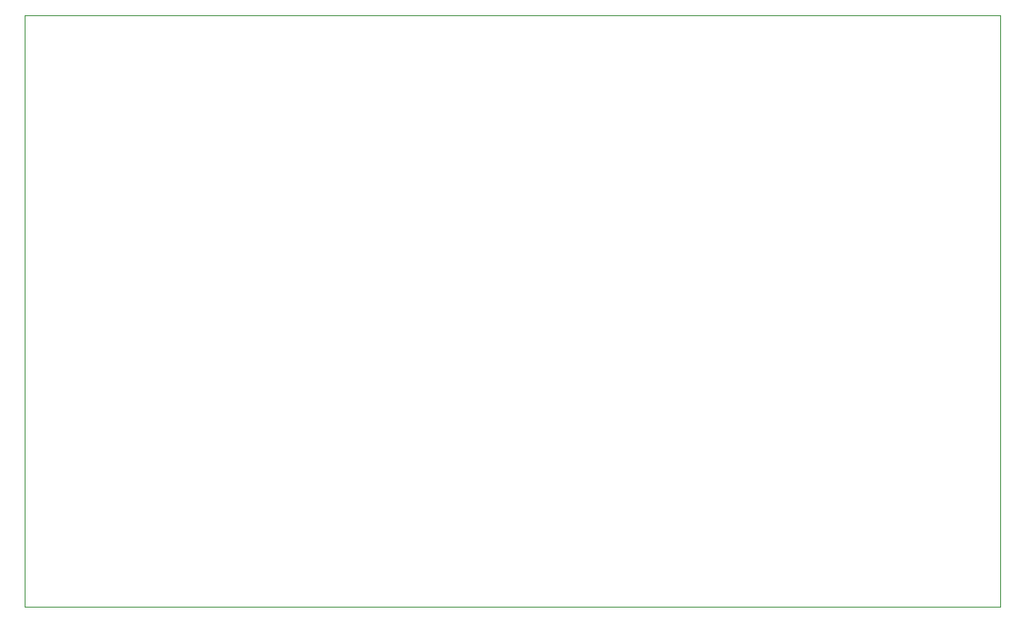
<source format=gbr>
%TF.GenerationSoftware,KiCad,Pcbnew,8.0.2*%
%TF.CreationDate,2024-10-18T13:00:15-07:00*%
%TF.ProjectId,ArmLEDsPrototype,41726d4c-4544-4735-9072-6f746f747970,rev?*%
%TF.SameCoordinates,Original*%
%TF.FileFunction,Profile,NP*%
%FSLAX46Y46*%
G04 Gerber Fmt 4.6, Leading zero omitted, Abs format (unit mm)*
G04 Created by KiCad (PCBNEW 8.0.2) date 2024-10-18 13:00:15*
%MOMM*%
%LPD*%
G01*
G04 APERTURE LIST*
%TA.AperFunction,Profile*%
%ADD10C,0.050000*%
%TD*%
G04 APERTURE END LIST*
D10*
X80010000Y-74930000D02*
X177165000Y-74930000D01*
X177165000Y-133985000D01*
X80010000Y-133985000D01*
X80010000Y-74930000D01*
M02*

</source>
